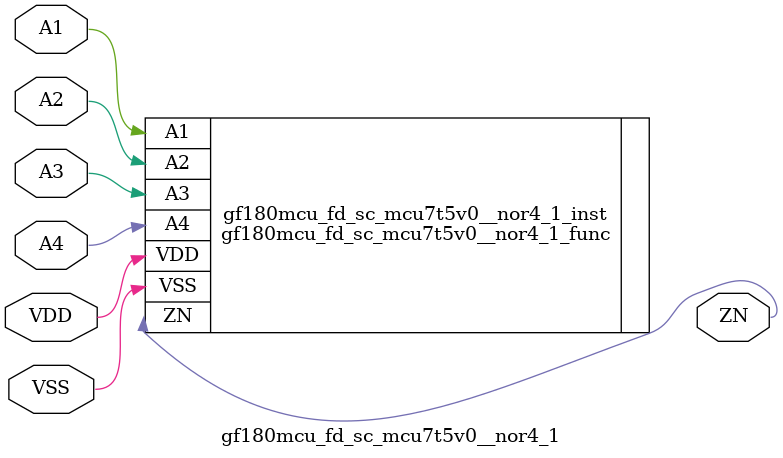
<source format=v>

module gf180mcu_fd_sc_mcu7t5v0__nor4_1( A4, ZN, A3, A2, A1, VDD, VSS );
input A1, A2, A3, A4;
inout VDD, VSS;
output ZN;

   `ifdef FUNCTIONAL  //  functional //

	gf180mcu_fd_sc_mcu7t5v0__nor4_1_func gf180mcu_fd_sc_mcu7t5v0__nor4_1_behav_inst(.A4(A4),.ZN(ZN),.A3(A3),.A2(A2),.A1(A1),.VDD(VDD),.VSS(VSS));

   `else

	gf180mcu_fd_sc_mcu7t5v0__nor4_1_func gf180mcu_fd_sc_mcu7t5v0__nor4_1_inst(.A4(A4),.ZN(ZN),.A3(A3),.A2(A2),.A1(A1),.VDD(VDD),.VSS(VSS));

	// spec_gates_begin


	// spec_gates_end



   specify

	// specify_block_begin

	// comb arc A1 --> ZN
	 (A1 => ZN) = (1.0,1.0);

	// comb arc A2 --> ZN
	 (A2 => ZN) = (1.0,1.0);

	// comb arc A3 --> ZN
	 (A3 => ZN) = (1.0,1.0);

	// comb arc A4 --> ZN
	 (A4 => ZN) = (1.0,1.0);

	// specify_block_end

   endspecify

   `endif

endmodule

</source>
